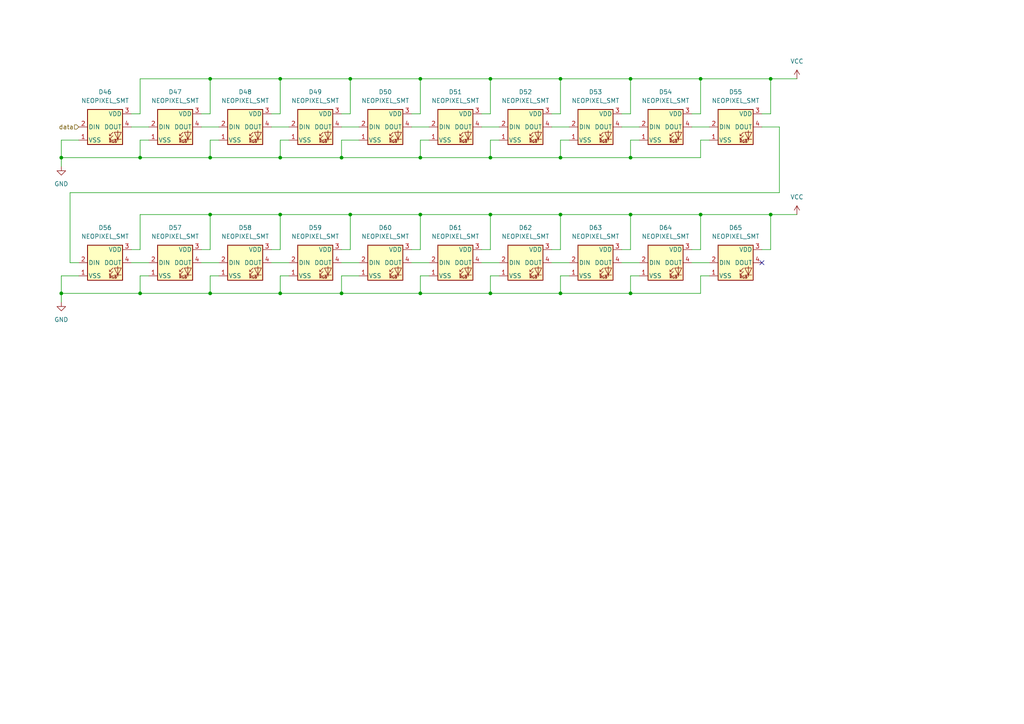
<source format=kicad_sch>
(kicad_sch (version 20211123) (generator eeschema)
  (paper "A4")
  (lib_symbols
    (symbol "HPS:GND" (power) (pin_names (offset 0))
      (property "Value" "GND" (at 0 -3.81 0))
      (symbol "GND_0_1"
        (polyline (pts (xy 0 0) (xy 0 -1.27) (xy 1.27 -1.27) (xy 0 -2.54) (xy -1.27 -1.27) (xy 0 -1.27)))
      )
      (symbol "GND_1_1"
        (pin power_in line (at 0 0 270) (length 0) hide (name "GND") (number "1"))
      )
    )
    (symbol "HPS:NEOPIXEL_SMT" (pin_names (offset 0.254))
      (property "Reference" "D" (at -3.81 7.112 0))
      (property "Value" "NEOPIXEL_SMT" (at -5.334 6.604 0))
      (symbol "NEOPIXEL_SMT_0_0"
        (text "RGB" (at 2.286 -4.191 0) (effects (font (size 0.762 0.762))))
      )
      (symbol "NEOPIXEL_SMT_0_1"
        (polyline (pts (xy 1.27 -3.556) (xy 1.778 -3.556)))
        (polyline (pts (xy 1.27 -2.54) (xy 1.778 -2.54)))
        (polyline (pts (xy 4.699 -3.556) (xy 2.667 -3.556)))
        (polyline (pts (xy 2.286 -2.54) (xy 1.27 -3.556) (xy 1.27 -3.048)))
        (polyline (pts (xy 2.286 -1.524) (xy 1.27 -2.54) (xy 1.27 -2.032)))
        (polyline (pts (xy 3.683 -1.016) (xy 3.683 -3.556) (xy 3.683 -4.064)))
        (polyline (pts (xy 4.699 -1.524) (xy 2.667 -1.524) (xy 3.683 -3.556) (xy 4.699 -1.524)))
        (rectangle (start 5.08 5.08) (end -5.08 -5.08) (stroke (width 0.254)) (fill (type background)))
      )
      (symbol "NEOPIXEL_SMT_1_1"
        (pin power_in line (at -7.62 -3.81 0) (length 2.54) (name "VSS") (number "1"))
        (pin input line (at -7.62 0 0) (length 2.54) (name "DIN") (number "2"))
        (pin power_in line (at 7.62 3.81 180) (length 2.54) (name "VDD") (number "3"))
        (pin output line (at 7.62 0 180) (length 2.54) (name "DOUT") (number "4"))
      )
    )
    (symbol "HPS:VCC" (power) (pin_names (offset 0))
      (property "Value" "VCC" (at 0 3.81 0))
      (symbol "VCC_0_1"
        (polyline (pts (xy -0.762 1.27) (xy 0 2.54)))
        (polyline (pts (xy 0 0) (xy 0 2.54)))
        (polyline (pts (xy 0 2.54) (xy 0.762 1.27)))
      )
      (symbol "VCC_1_1"
        (pin power_in line (at 0 0 90) (length 0) hide (name "VCC") (number "1"))
      )
    )
  )
  (junction (at 142.24 85.09))
  (junction (at 162.56 62.23))
  (junction (at 162.56 45.72))
  (junction (at 121.92 85.09))
  (junction (at 162.56 22.86))
  (junction (at 40.64 45.72))
  (junction (at 223.52 62.23))
  (junction (at 101.6 22.86))
  (junction (at 223.52 22.86))
  (junction (at 182.88 85.09))
  (junction (at 162.56 85.09))
  (junction (at 60.96 62.23))
  (junction (at 40.64 85.09))
  (junction (at 81.28 22.86))
  (junction (at 182.88 22.86))
  (junction (at 17.78 45.72))
  (junction (at 60.96 22.86))
  (junction (at 142.24 22.86))
  (junction (at 101.6 62.23))
  (junction (at 182.88 45.72))
  (junction (at 121.92 22.86))
  (junction (at 142.24 45.72))
  (junction (at 121.92 62.23))
  (junction (at 81.28 45.72))
  (junction (at 203.2 62.23))
  (junction (at 142.24 62.23))
  (junction (at 182.88 62.23))
  (junction (at 99.06 85.09))
  (junction (at 99.06 45.72))
  (junction (at 121.92 45.72))
  (junction (at 60.96 85.09))
  (junction (at 203.2 22.86))
  (junction (at 81.28 85.09))
  (junction (at 60.96 45.72))
  (junction (at 17.78 85.09))
  (junction (at 81.28 62.23))
  (no_connect (at 220.98 76.2))
  (wire (pts (xy 121.92 85.09) (xy 142.24 85.09)))
  (wire (pts (xy 182.88 40.64) (xy 182.88 45.72)))
  (wire (pts (xy 17.78 85.09) (xy 40.64 85.09)))
  (wire (pts (xy 99.06 80.01) (xy 99.06 85.09)))
  (wire (pts (xy 40.64 62.23) (xy 40.64 72.39)))
  (wire (pts (xy 182.88 62.23) (xy 203.2 62.23)))
  (wire (pts (xy 121.92 80.01) (xy 121.92 85.09)))
  (wire (pts (xy 182.88 22.86) (xy 182.88 33.02)))
  (wire (pts (xy 182.88 22.86) (xy 203.2 22.86)))
  (wire (pts (xy 58.42 72.39) (xy 60.96 72.39)))
  (wire (pts (xy 220.98 36.83) (xy 226.06 36.83)))
  (wire (pts (xy 203.2 22.86) (xy 223.52 22.86)))
  (wire (pts (xy 81.28 80.01) (xy 81.28 85.09)))
  (wire (pts (xy 162.56 85.09) (xy 182.88 85.09)))
  (wire (pts (xy 203.2 33.02) (xy 203.2 22.86)))
  (wire (pts (xy 121.92 80.01) (xy 124.46 80.01)))
  (wire (pts (xy 60.96 22.86) (xy 60.96 33.02)))
  (wire (pts (xy 38.1 72.39) (xy 40.64 72.39)))
  (wire (pts (xy 81.28 33.02) (xy 81.28 22.86)))
  (wire (pts (xy 139.7 36.83) (xy 144.78 36.83)))
  (wire (pts (xy 38.1 33.02) (xy 40.64 33.02)))
  (wire (pts (xy 17.78 45.72) (xy 40.64 45.72)))
  (wire (pts (xy 20.32 55.88) (xy 226.06 55.88)))
  (wire (pts (xy 162.56 22.86) (xy 182.88 22.86)))
  (wire (pts (xy 17.78 80.01) (xy 17.78 85.09)))
  (wire (pts (xy 81.28 40.64) (xy 81.28 45.72)))
  (wire (pts (xy 78.74 33.02) (xy 81.28 33.02)))
  (wire (pts (xy 142.24 22.86) (xy 142.24 33.02)))
  (wire (pts (xy 205.74 40.64) (xy 203.2 40.64)))
  (wire (pts (xy 185.42 80.01) (xy 182.88 80.01)))
  (wire (pts (xy 17.78 40.64) (xy 22.86 40.64)))
  (wire (pts (xy 17.78 45.72) (xy 17.78 48.26)))
  (wire (pts (xy 20.32 55.88) (xy 20.32 76.2)))
  (wire (pts (xy 60.96 62.23) (xy 60.96 72.39)))
  (wire (pts (xy 200.66 72.39) (xy 203.2 72.39)))
  (wire (pts (xy 182.88 45.72) (xy 203.2 45.72)))
  (wire (pts (xy 200.66 36.83) (xy 205.74 36.83)))
  (wire (pts (xy 101.6 72.39) (xy 101.6 62.23)))
  (wire (pts (xy 121.92 22.86) (xy 121.92 33.02)))
  (wire (pts (xy 182.88 85.09) (xy 203.2 85.09)))
  (wire (pts (xy 99.06 76.2) (xy 104.14 76.2)))
  (wire (pts (xy 142.24 85.09) (xy 162.56 85.09)))
  (wire (pts (xy 142.24 22.86) (xy 162.56 22.86)))
  (wire (pts (xy 99.06 36.83) (xy 104.14 36.83)))
  (wire (pts (xy 60.96 62.23) (xy 81.28 62.23)))
  (wire (pts (xy 142.24 45.72) (xy 162.56 45.72)))
  (wire (pts (xy 40.64 22.86) (xy 40.64 33.02)))
  (wire (pts (xy 205.74 80.01) (xy 203.2 80.01)))
  (wire (pts (xy 40.64 80.01) (xy 43.18 80.01)))
  (wire (pts (xy 121.92 62.23) (xy 142.24 62.23)))
  (wire (pts (xy 101.6 62.23) (xy 121.92 62.23)))
  (wire (pts (xy 58.42 76.2) (xy 63.5 76.2)))
  (wire (pts (xy 78.74 36.83) (xy 83.82 36.83)))
  (wire (pts (xy 220.98 72.39) (xy 223.52 72.39)))
  (wire (pts (xy 99.06 45.72) (xy 121.92 45.72)))
  (wire (pts (xy 160.02 76.2) (xy 165.1 76.2)))
  (wire (pts (xy 142.24 62.23) (xy 162.56 62.23)))
  (wire (pts (xy 83.82 80.01) (xy 81.28 80.01)))
  (wire (pts (xy 160.02 72.39) (xy 162.56 72.39)))
  (wire (pts (xy 121.92 45.72) (xy 142.24 45.72)))
  (wire (pts (xy 38.1 36.83) (xy 43.18 36.83)))
  (wire (pts (xy 160.02 36.83) (xy 165.1 36.83)))
  (wire (pts (xy 142.24 62.23) (xy 142.24 72.39)))
  (wire (pts (xy 40.64 40.64) (xy 40.64 45.72)))
  (wire (pts (xy 40.64 45.72) (xy 60.96 45.72)))
  (wire (pts (xy 142.24 80.01) (xy 142.24 85.09)))
  (wire (pts (xy 185.42 40.64) (xy 182.88 40.64)))
  (wire (pts (xy 40.64 80.01) (xy 40.64 85.09)))
  (wire (pts (xy 200.66 76.2) (xy 205.74 76.2)))
  (wire (pts (xy 162.56 80.01) (xy 162.56 85.09)))
  (wire (pts (xy 200.66 33.02) (xy 203.2 33.02)))
  (wire (pts (xy 63.5 80.01) (xy 60.96 80.01)))
  (wire (pts (xy 162.56 40.64) (xy 162.56 45.72)))
  (wire (pts (xy 20.32 76.2) (xy 22.86 76.2)))
  (wire (pts (xy 99.06 80.01) (xy 104.14 80.01)))
  (wire (pts (xy 121.92 40.64) (xy 121.92 45.72)))
  (wire (pts (xy 78.74 72.39) (xy 81.28 72.39)))
  (wire (pts (xy 60.96 45.72) (xy 81.28 45.72)))
  (wire (pts (xy 81.28 62.23) (xy 101.6 62.23)))
  (wire (pts (xy 121.92 62.23) (xy 121.92 72.39)))
  (wire (pts (xy 78.74 76.2) (xy 83.82 76.2)))
  (wire (pts (xy 223.52 62.23) (xy 231.14 62.23)))
  (wire (pts (xy 99.06 40.64) (xy 99.06 45.72)))
  (wire (pts (xy 17.78 40.64) (xy 17.78 45.72)))
  (wire (pts (xy 99.06 33.02) (xy 101.6 33.02)))
  (wire (pts (xy 121.92 22.86) (xy 142.24 22.86)))
  (wire (pts (xy 99.06 40.64) (xy 104.14 40.64)))
  (wire (pts (xy 119.38 76.2) (xy 124.46 76.2)))
  (wire (pts (xy 162.56 22.86) (xy 162.56 33.02)))
  (wire (pts (xy 203.2 62.23) (xy 223.52 62.23)))
  (wire (pts (xy 119.38 36.83) (xy 124.46 36.83)))
  (wire (pts (xy 63.5 40.64) (xy 60.96 40.64)))
  (wire (pts (xy 142.24 80.01) (xy 144.78 80.01)))
  (wire (pts (xy 101.6 22.86) (xy 121.92 22.86)))
  (wire (pts (xy 58.42 33.02) (xy 60.96 33.02)))
  (wire (pts (xy 101.6 33.02) (xy 101.6 22.86)))
  (wire (pts (xy 139.7 72.39) (xy 142.24 72.39)))
  (wire (pts (xy 142.24 40.64) (xy 144.78 40.64)))
  (wire (pts (xy 139.7 33.02) (xy 142.24 33.02)))
  (wire (pts (xy 180.34 76.2) (xy 185.42 76.2)))
  (wire (pts (xy 162.56 62.23) (xy 162.56 72.39)))
  (wire (pts (xy 162.56 62.23) (xy 182.88 62.23)))
  (wire (pts (xy 60.96 85.09) (xy 81.28 85.09)))
  (wire (pts (xy 180.34 72.39) (xy 182.88 72.39)))
  (wire (pts (xy 40.64 85.09) (xy 60.96 85.09)))
  (wire (pts (xy 180.34 36.83) (xy 185.42 36.83)))
  (wire (pts (xy 182.88 62.23) (xy 182.88 72.39)))
  (wire (pts (xy 160.02 33.02) (xy 162.56 33.02)))
  (wire (pts (xy 83.82 40.64) (xy 81.28 40.64)))
  (wire (pts (xy 203.2 40.64) (xy 203.2 45.72)))
  (wire (pts (xy 121.92 40.64) (xy 124.46 40.64)))
  (wire (pts (xy 81.28 85.09) (xy 99.06 85.09)))
  (wire (pts (xy 17.78 85.09) (xy 17.78 87.63)))
  (wire (pts (xy 139.7 76.2) (xy 144.78 76.2)))
  (wire (pts (xy 223.52 33.02) (xy 223.52 22.86)))
  (wire (pts (xy 40.64 40.64) (xy 43.18 40.64)))
  (wire (pts (xy 38.1 76.2) (xy 43.18 76.2)))
  (wire (pts (xy 203.2 80.01) (xy 203.2 85.09)))
  (wire (pts (xy 223.52 22.86) (xy 231.14 22.86)))
  (wire (pts (xy 162.56 45.72) (xy 182.88 45.72)))
  (wire (pts (xy 81.28 45.72) (xy 99.06 45.72)))
  (wire (pts (xy 142.24 40.64) (xy 142.24 45.72)))
  (wire (pts (xy 60.96 40.64) (xy 60.96 45.72)))
  (wire (pts (xy 40.64 62.23) (xy 60.96 62.23)))
  (wire (pts (xy 162.56 80.01) (xy 165.1 80.01)))
  (wire (pts (xy 99.06 72.39) (xy 101.6 72.39)))
  (wire (pts (xy 58.42 36.83) (xy 63.5 36.83)))
  (wire (pts (xy 220.98 33.02) (xy 223.52 33.02)))
  (wire (pts (xy 119.38 33.02) (xy 121.92 33.02)))
  (wire (pts (xy 182.88 80.01) (xy 182.88 85.09)))
  (wire (pts (xy 203.2 72.39) (xy 203.2 62.23)))
  (wire (pts (xy 60.96 22.86) (xy 81.28 22.86)))
  (wire (pts (xy 40.64 22.86) (xy 60.96 22.86)))
  (wire (pts (xy 223.52 72.39) (xy 223.52 62.23)))
  (wire (pts (xy 17.78 80.01) (xy 22.86 80.01)))
  (wire (pts (xy 60.96 80.01) (xy 60.96 85.09)))
  (wire (pts (xy 119.38 72.39) (xy 121.92 72.39)))
  (wire (pts (xy 81.28 22.86) (xy 101.6 22.86)))
  (wire (pts (xy 99.06 85.09) (xy 121.92 85.09)))
  (wire (pts (xy 162.56 40.64) (xy 165.1 40.64)))
  (wire (pts (xy 226.06 36.83) (xy 226.06 55.88)))
  (wire (pts (xy 180.34 33.02) (xy 182.88 33.02)))
  (wire (pts (xy 81.28 72.39) (xy 81.28 62.23)))
  (hierarchical_label "data" (shape input) (at 22.86 36.83 180))
  (symbol (lib_id "HPS:VCC") (at 231.14 22.86 0) (unit 1)
    (property "Reference" "#PWR025" (effects hide))
    (property "Value" "VCC" (at 231.14 17.78 0))
  )
  (symbol (lib_id "HPS:NEOPIXEL_SMT") (at 152.4 76.2 0) (unit 1)
    (property "Reference" "D62" (at 152.4 66.04 0))
    (property "Value" "NEOPIXEL_SMT" (at 152.4 68.58 0))
    (property "Footprint" "footprints:LED_SK6812_PLCC4_5.0x5.0mm_P3.2mm" (effects hide))
    (property "Datasheet" "https://cdn-shop.adafruit.com/product-files/1138/SK6812+LED+datasheet+.pdf" (effects hide))
    (property "MFG" "Inolux" (effects hide))
    (property "MPN" "IN-PI554FCH" (effects hide))
    (property "Digikey PN" "1830-1106-1-ND" (effects hide))
    (property "Mouser PN" "N/A" (effects hide))
  )
  (symbol (lib_id "HPS:NEOPIXEL_SMT") (at 132.08 36.83 0) (unit 1)
    (property "Reference" "D51" (at 132.08 26.67 0))
    (property "Value" "NEOPIXEL_SMT" (at 132.08 29.21 0))
    (property "Footprint" "footprints:LED_SK6812_PLCC4_5.0x5.0mm_P3.2mm" (effects hide))
    (property "Datasheet" "https://cdn-shop.adafruit.com/product-files/1138/SK6812+LED+datasheet+.pdf" (effects hide))
    (property "MFG" "Inolux" (effects hide))
    (property "MPN" "IN-PI554FCH" (effects hide))
    (property "Digikey PN" "1830-1106-1-ND" (effects hide))
    (property "Mouser PN" "N/A" (effects hide))
  )
  (symbol (lib_id "HPS:NEOPIXEL_SMT") (at 152.4 36.83 0) (unit 1)
    (property "Reference" "D52" (at 152.4 26.67 0))
    (property "Value" "NEOPIXEL_SMT" (at 152.4 29.21 0))
    (property "Footprint" "footprints:LED_SK6812_PLCC4_5.0x5.0mm_P3.2mm" (effects hide))
    (property "Datasheet" "https://cdn-shop.adafruit.com/product-files/1138/SK6812+LED+datasheet+.pdf" (effects hide))
    (property "MFG" "Inolux" (effects hide))
    (property "MPN" "IN-PI554FCH" (effects hide))
    (property "Digikey PN" "1830-1106-1-ND" (effects hide))
    (property "Mouser PN" "N/A" (effects hide))
  )
  (symbol (lib_id "HPS:NEOPIXEL_SMT") (at 91.44 36.83 0) (unit 1)
    (property "Reference" "D49" (at 91.44 26.67 0))
    (property "Value" "NEOPIXEL_SMT" (at 91.44 29.21 0))
    (property "Footprint" "footprints:LED_SK6812_PLCC4_5.0x5.0mm_P3.2mm" (effects hide))
    (property "Datasheet" "https://cdn-shop.adafruit.com/product-files/1138/SK6812+LED+datasheet+.pdf" (effects hide))
    (property "MFG" "Inolux" (effects hide))
    (property "MPN" "IN-PI554FCH" (effects hide))
    (property "Digikey PN" "1830-1106-1-ND" (effects hide))
    (property "Mouser PN" "N/A" (effects hide))
  )
  (symbol (lib_id "HPS:NEOPIXEL_SMT") (at 111.76 76.2 0) (unit 1)
    (property "Reference" "D60" (at 111.76 66.04 0))
    (property "Value" "NEOPIXEL_SMT" (at 111.76 68.58 0))
    (property "Footprint" "footprints:LED_SK6812_PLCC4_5.0x5.0mm_P3.2mm" (effects hide))
    (property "Datasheet" "https://cdn-shop.adafruit.com/product-files/1138/SK6812+LED+datasheet+.pdf" (effects hide))
    (property "MFG" "Inolux" (effects hide))
    (property "MPN" "IN-PI554FCH" (effects hide))
    (property "Digikey PN" "1830-1106-1-ND" (effects hide))
    (property "Mouser PN" "N/A" (effects hide))
  )
  (symbol (lib_id "HPS:NEOPIXEL_SMT") (at 71.12 36.83 0) (unit 1)
    (property "Reference" "D48" (at 71.12 26.67 0))
    (property "Value" "NEOPIXEL_SMT" (at 71.12 29.21 0))
    (property "Footprint" "footprints:LED_SK6812_PLCC4_5.0x5.0mm_P3.2mm" (effects hide))
    (property "Datasheet" "https://cdn-shop.adafruit.com/product-files/1138/SK6812+LED+datasheet+.pdf" (effects hide))
    (property "MFG" "Inolux" (effects hide))
    (property "MPN" "IN-PI554FCH" (effects hide))
    (property "Digikey PN" "1830-1106-1-ND" (effects hide))
    (property "Mouser PN" "N/A" (effects hide))
  )
  (symbol (lib_id "HPS:NEOPIXEL_SMT") (at 50.8 76.2 0) (unit 1)
    (property "Reference" "D57" (at 50.8 66.04 0))
    (property "Value" "NEOPIXEL_SMT" (at 50.8 68.58 0))
    (property "Footprint" "footprints:LED_SK6812_PLCC4_5.0x5.0mm_P3.2mm" (effects hide))
    (property "Datasheet" "https://cdn-shop.adafruit.com/product-files/1138/SK6812+LED+datasheet+.pdf" (effects hide))
    (property "MFG" "Inolux" (effects hide))
    (property "MPN" "IN-PI554FCH" (effects hide))
    (property "Digikey PN" "1830-1106-1-ND" (effects hide))
    (property "Mouser PN" "N/A" (effects hide))
  )
  (symbol (lib_id "HPS:NEOPIXEL_SMT") (at 111.76 36.83 0) (unit 1)
    (property "Reference" "D50" (at 111.76 26.67 0))
    (property "Value" "NEOPIXEL_SMT" (at 111.76 29.21 0))
    (property "Footprint" "footprints:LED_SK6812_PLCC4_5.0x5.0mm_P3.2mm" (effects hide))
    (property "Datasheet" "https://cdn-shop.adafruit.com/product-files/1138/SK6812+LED+datasheet+.pdf" (effects hide))
    (property "MFG" "Inolux" (effects hide))
    (property "MPN" "IN-PI554FCH" (effects hide))
    (property "Digikey PN" "1830-1106-1-ND" (effects hide))
    (property "Mouser PN" "N/A" (effects hide))
  )
  (symbol (lib_id "HPS:NEOPIXEL_SMT") (at 71.12 76.2 0) (unit 1)
    (property "Reference" "D58" (at 71.12 66.04 0))
    (property "Value" "NEOPIXEL_SMT" (at 71.12 68.58 0))
    (property "Footprint" "footprints:LED_SK6812_PLCC4_5.0x5.0mm_P3.2mm" (effects hide))
    (property "Datasheet" "https://cdn-shop.adafruit.com/product-files/1138/SK6812+LED+datasheet+.pdf" (effects hide))
    (property "MFG" "Inolux" (effects hide))
    (property "MPN" "IN-PI554FCH" (effects hide))
    (property "Digikey PN" "1830-1106-1-ND" (effects hide))
    (property "Mouser PN" "N/A" (effects hide))
  )
  (symbol (lib_id "HPS:NEOPIXEL_SMT") (at 30.48 36.83 0) (unit 1)
    (property "Reference" "D46" (at 30.48 26.67 0))
    (property "Value" "NEOPIXEL_SMT" (at 30.48 29.21 0))
    (property "Footprint" "footprints:LED_SK6812_PLCC4_5.0x5.0mm_P3.2mm" (effects hide))
    (property "Datasheet" "https://cdn-shop.adafruit.com/product-files/1138/SK6812+LED+datasheet+.pdf" (effects hide))
    (property "MFG" "Inolux" (effects hide))
    (property "MPN" "IN-PI554FCH" (effects hide))
    (property "Digikey PN" "1830-1106-1-ND" (effects hide))
    (property "Mouser PN" "N/A" (effects hide))
  )
  (symbol (lib_id "HPS:NEOPIXEL_SMT") (at 172.72 76.2 0) (unit 1)
    (property "Reference" "D63" (at 172.72 66.04 0))
    (property "Value" "NEOPIXEL_SMT" (at 172.72 68.58 0))
    (property "Footprint" "footprints:LED_SK6812_PLCC4_5.0x5.0mm_P3.2mm" (effects hide))
    (property "Datasheet" "https://cdn-shop.adafruit.com/product-files/1138/SK6812+LED+datasheet+.pdf" (effects hide))
    (property "MFG" "Inolux" (effects hide))
    (property "MPN" "IN-PI554FCH" (effects hide))
    (property "Digikey PN" "1830-1106-1-ND" (effects hide))
    (property "Mouser PN" "N/A" (effects hide))
  )
  (symbol (lib_id "HPS:NEOPIXEL_SMT") (at 193.04 36.83 0) (unit 1)
    (property "Reference" "D54" (at 193.04 26.67 0))
    (property "Value" "NEOPIXEL_SMT" (at 193.04 29.21 0))
    (property "Footprint" "footprints:LED_SK6812_PLCC4_5.0x5.0mm_P3.2mm" (effects hide))
    (property "Datasheet" "https://cdn-shop.adafruit.com/product-files/1138/SK6812+LED+datasheet+.pdf" (effects hide))
    (property "MFG" "Inolux" (effects hide))
    (property "MPN" "IN-PI554FCH" (effects hide))
    (property "Digikey PN" "1830-1106-1-ND" (effects hide))
    (property "Mouser PN" "N/A" (effects hide))
  )
  (symbol (lib_id "HPS:NEOPIXEL_SMT") (at 30.48 76.2 0) (unit 1)
    (property "Reference" "D56" (at 30.48 66.04 0))
    (property "Value" "NEOPIXEL_SMT" (at 30.48 68.58 0))
    (property "Footprint" "footprints:LED_SK6812_PLCC4_5.0x5.0mm_P3.2mm" (effects hide))
    (property "Datasheet" "https://cdn-shop.adafruit.com/product-files/1138/SK6812+LED+datasheet+.pdf" (effects hide))
    (property "MFG" "Inolux" (effects hide))
    (property "MPN" "IN-PI554FCH" (effects hide))
    (property "Digikey PN" "1830-1106-1-ND" (effects hide))
    (property "Mouser PN" "N/A" (effects hide))
  )
  (symbol (lib_id "HPS:VCC") (at 231.14 62.23 0) (unit 1)
    (property "Reference" "#PWR033" (effects hide))
    (property "Value" "VCC" (at 231.14 57.15 0))
  )
  (symbol (lib_id "HPS:NEOPIXEL_SMT") (at 132.08 76.2 0) (unit 1)
    (property "Reference" "D61" (at 132.08 66.04 0))
    (property "Value" "NEOPIXEL_SMT" (at 132.08 68.58 0))
    (property "Footprint" "footprints:LED_SK6812_PLCC4_5.0x5.0mm_P3.2mm" (effects hide))
    (property "Datasheet" "https://cdn-shop.adafruit.com/product-files/1138/SK6812+LED+datasheet+.pdf" (effects hide))
    (property "MFG" "Inolux" (effects hide))
    (property "MPN" "IN-PI554FCH" (effects hide))
    (property "Digikey PN" "1830-1106-1-ND" (effects hide))
    (property "Mouser PN" "N/A" (effects hide))
  )
  (symbol (lib_id "HPS:NEOPIXEL_SMT") (at 91.44 76.2 0) (unit 1)
    (property "Reference" "D59" (at 91.44 66.04 0))
    (property "Value" "NEOPIXEL_SMT" (at 91.44 68.58 0))
    (property "Footprint" "footprints:LED_SK6812_PLCC4_5.0x5.0mm_P3.2mm" (effects hide))
    (property "Datasheet" "https://cdn-shop.adafruit.com/product-files/1138/SK6812+LED+datasheet+.pdf" (effects hide))
    (property "MFG" "Inolux" (effects hide))
    (property "MPN" "IN-PI554FCH" (effects hide))
    (property "Digikey PN" "1830-1106-1-ND" (effects hide))
    (property "Mouser PN" "N/A" (effects hide))
  )
  (symbol (lib_id "HPS:NEOPIXEL_SMT") (at 172.72 36.83 0) (unit 1)
    (property "Reference" "D53" (at 172.72 26.67 0))
    (property "Value" "NEOPIXEL_SMT" (at 172.72 29.21 0))
    (property "Footprint" "footprints:LED_SK6812_PLCC4_5.0x5.0mm_P3.2mm" (effects hide))
    (property "Datasheet" "https://cdn-shop.adafruit.com/product-files/1138/SK6812+LED+datasheet+.pdf" (effects hide))
    (property "MFG" "Inolux" (effects hide))
    (property "MPN" "IN-PI554FCH" (effects hide))
    (property "Digikey PN" "1830-1106-1-ND" (effects hide))
    (property "Mouser PN" "N/A" (effects hide))
  )
  (symbol (lib_id "HPS:GND") (at 17.78 48.26 0) (unit 1)
    (property "Reference" "#PWR027" (effects hide))
    (property "Value" "GND" (at 17.78 53.34 0))
  )
  (symbol (lib_id "HPS:NEOPIXEL_SMT") (at 193.04 76.2 0) (unit 1)
    (property "Reference" "D64" (at 193.04 66.04 0))
    (property "Value" "NEOPIXEL_SMT" (at 193.04 68.58 0))
    (property "Footprint" "footprints:LED_SK6812_PLCC4_5.0x5.0mm_P3.2mm" (effects hide))
    (property "Datasheet" "https://cdn-shop.adafruit.com/product-files/1138/SK6812+LED+datasheet+.pdf" (effects hide))
    (property "MFG" "Inolux" (effects hide))
    (property "MPN" "IN-PI554FCH" (effects hide))
    (property "Digikey PN" "1830-1106-1-ND" (effects hide))
    (property "Mouser PN" "N/A" (effects hide))
  )
  (symbol (lib_id "HPS:GND") (at 17.78 87.63 0) (unit 1)
    (property "Reference" "#PWR035" (effects hide))
    (property "Value" "GND" (at 17.78 92.71 0))
  )
  (symbol (lib_id "HPS:NEOPIXEL_SMT") (at 213.36 76.2 0) (unit 1)
    (property "Reference" "D65" (at 213.36 66.04 0))
    (property "Value" "NEOPIXEL_SMT" (at 213.36 68.58 0))
    (property "Footprint" "footprints:LED_SK6812_PLCC4_5.0x5.0mm_P3.2mm" (effects hide))
    (property "Datasheet" "https://cdn-shop.adafruit.com/product-files/1138/SK6812+LED+datasheet+.pdf" (effects hide))
    (property "MFG" "Inolux" (effects hide))
    (property "MPN" "IN-PI554FCH" (effects hide))
    (property "Digikey PN" "1830-1106-1-ND" (effects hide))
    (property "Mouser PN" "N/A" (effects hide))
  )
  (symbol (lib_id "HPS:NEOPIXEL_SMT") (at 213.36 36.83 0) (unit 1)
    (property "Reference" "D55" (at 213.36 26.67 0))
    (property "Value" "NEOPIXEL_SMT" (at 213.36 29.21 0))
    (property "Footprint" "footprints:LED_SK6812_PLCC4_5.0x5.0mm_P3.2mm" (effects hide))
    (property "Datasheet" "https://cdn-shop.adafruit.com/product-files/1138/SK6812+LED+datasheet+.pdf" (effects hide))
    (property "MFG" "Inolux" (effects hide))
    (property "MPN" "IN-PI554FCH" (effects hide))
    (property "Digikey PN" "1830-1106-1-ND" (effects hide))
    (property "Mouser PN" "N/A" (effects hide))
  )
  (symbol (lib_id "HPS:NEOPIXEL_SMT") (at 50.8 36.83 0) (unit 1)
    (property "Reference" "D47" (at 50.8 26.67 0))
    (property "Value" "NEOPIXEL_SMT" (at 50.8 29.21 0))
    (property "Footprint" "footprints:LED_SK6812_PLCC4_5.0x5.0mm_P3.2mm" (effects hide))
    (property "Datasheet" "https://cdn-shop.adafruit.com/product-files/1138/SK6812+LED+datasheet+.pdf" (effects hide))
    (property "MFG" "Inolux" (effects hide))
    (property "MPN" "IN-PI554FCH" (effects hide))
    (property "Digikey PN" "1830-1106-1-ND" (effects hide))
    (property "Mouser PN" "N/A" (effects hide))
  )
)
</source>
